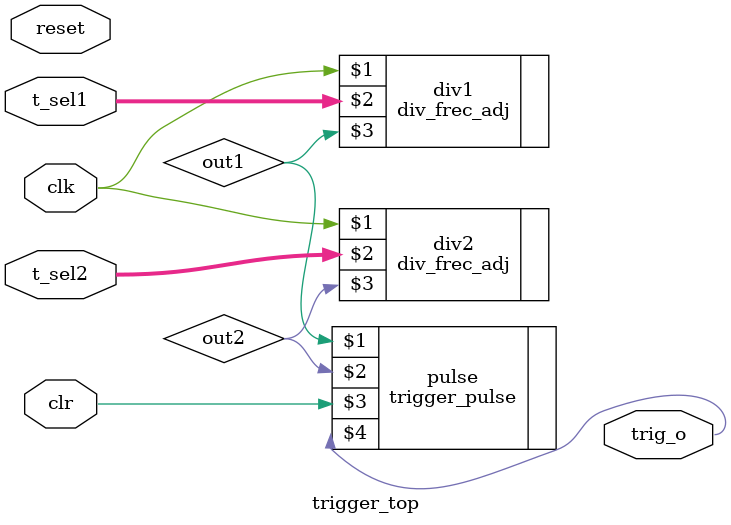
<source format=v>
module trigger_top
	(
	input           reset,
	input           clk,
	// Lines
	input [3:0]	t_sel1, t_sel2,
	input		clr,
	output		trig_o
	//
	);
wire out1,out2;

div_frec_adj div1(clk,t_sel1,out1);	
div_frec_adj div2(clk,t_sel2,out2);	

trigger_pulse pulse(out1,out2,clr,trig_o);

endmodule

</source>
